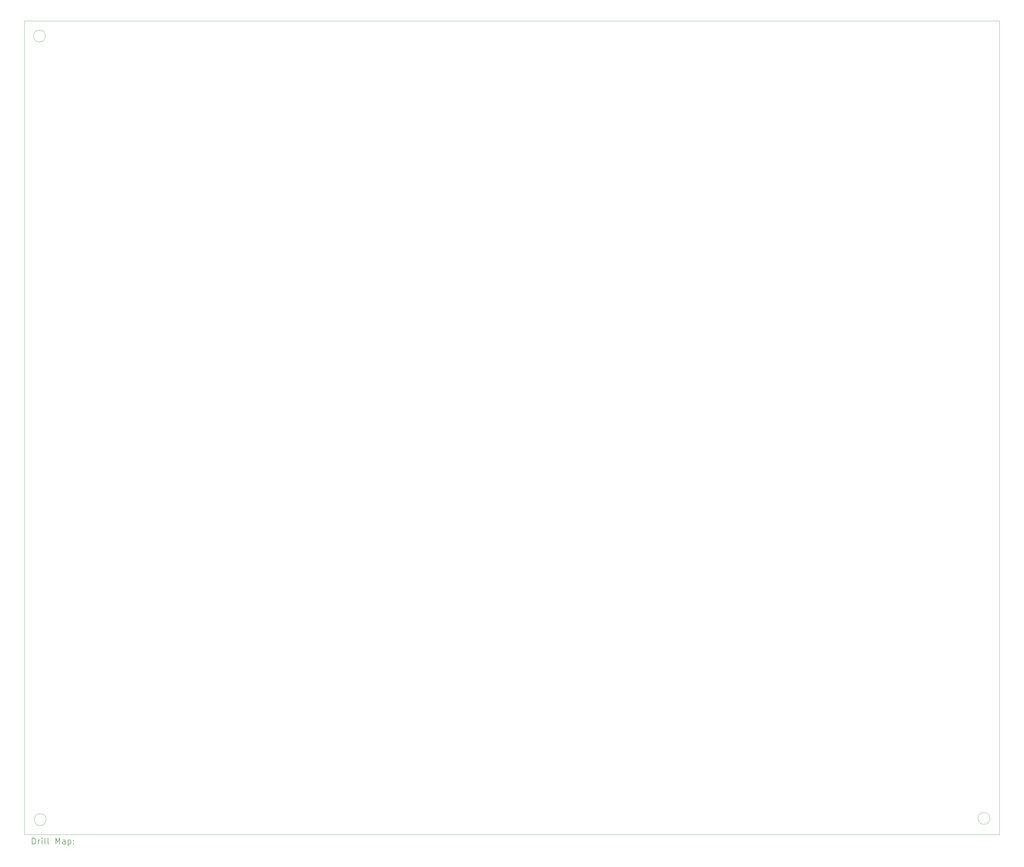
<source format=gbr>
%TF.GenerationSoftware,KiCad,Pcbnew,8.0.0*%
%TF.CreationDate,2024-03-10T17:08:58+00:00*%
%TF.ProjectId,Commodore PC10 III,436f6d6d-6f64-46f7-9265-205043313020,1.0*%
%TF.SameCoordinates,Original*%
%TF.FileFunction,Drillmap*%
%TF.FilePolarity,Positive*%
%FSLAX45Y45*%
G04 Gerber Fmt 4.5, Leading zero omitted, Abs format (unit mm)*
G04 Created by KiCad (PCBNEW 8.0.0) date 2024-03-10 17:08:58*
%MOMM*%
%LPD*%
G01*
G04 APERTURE LIST*
%ADD10C,0.100000*%
%ADD11C,0.200000*%
G04 APERTURE END LIST*
D10*
X42813000Y-33786000D02*
G75*
G02*
X42417020Y-33786000I-197990J0D01*
G01*
X42417020Y-33786000D02*
G75*
G02*
X42813000Y-33786000I197990J0D01*
G01*
X11499990Y-33826010D02*
G75*
G02*
X11104010Y-33826010I-197990J0D01*
G01*
X11104010Y-33826010D02*
G75*
G02*
X11499990Y-33826010I197990J0D01*
G01*
X10783000Y-7315000D02*
X43135000Y-7315000D01*
X43135000Y-34323000D01*
X10783000Y-34323000D01*
X10783000Y-7315000D01*
X11474990Y-7820010D02*
G75*
G02*
X11079010Y-7820010I-197990J0D01*
G01*
X11079010Y-7820010D02*
G75*
G02*
X11474990Y-7820010I197990J0D01*
G01*
D11*
X11038777Y-34639484D02*
X11038777Y-34439484D01*
X11038777Y-34439484D02*
X11086396Y-34439484D01*
X11086396Y-34439484D02*
X11114967Y-34449008D01*
X11114967Y-34449008D02*
X11134015Y-34468055D01*
X11134015Y-34468055D02*
X11143539Y-34487103D01*
X11143539Y-34487103D02*
X11153063Y-34525198D01*
X11153063Y-34525198D02*
X11153063Y-34553770D01*
X11153063Y-34553770D02*
X11143539Y-34591865D01*
X11143539Y-34591865D02*
X11134015Y-34610912D01*
X11134015Y-34610912D02*
X11114967Y-34629960D01*
X11114967Y-34629960D02*
X11086396Y-34639484D01*
X11086396Y-34639484D02*
X11038777Y-34639484D01*
X11238777Y-34639484D02*
X11238777Y-34506150D01*
X11238777Y-34544246D02*
X11248301Y-34525198D01*
X11248301Y-34525198D02*
X11257824Y-34515674D01*
X11257824Y-34515674D02*
X11276872Y-34506150D01*
X11276872Y-34506150D02*
X11295920Y-34506150D01*
X11362586Y-34639484D02*
X11362586Y-34506150D01*
X11362586Y-34439484D02*
X11353062Y-34449008D01*
X11353062Y-34449008D02*
X11362586Y-34458531D01*
X11362586Y-34458531D02*
X11372110Y-34449008D01*
X11372110Y-34449008D02*
X11362586Y-34439484D01*
X11362586Y-34439484D02*
X11362586Y-34458531D01*
X11486396Y-34639484D02*
X11467348Y-34629960D01*
X11467348Y-34629960D02*
X11457824Y-34610912D01*
X11457824Y-34610912D02*
X11457824Y-34439484D01*
X11591158Y-34639484D02*
X11572110Y-34629960D01*
X11572110Y-34629960D02*
X11562586Y-34610912D01*
X11562586Y-34610912D02*
X11562586Y-34439484D01*
X11819729Y-34639484D02*
X11819729Y-34439484D01*
X11819729Y-34439484D02*
X11886396Y-34582341D01*
X11886396Y-34582341D02*
X11953062Y-34439484D01*
X11953062Y-34439484D02*
X11953062Y-34639484D01*
X12134015Y-34639484D02*
X12134015Y-34534722D01*
X12134015Y-34534722D02*
X12124491Y-34515674D01*
X12124491Y-34515674D02*
X12105443Y-34506150D01*
X12105443Y-34506150D02*
X12067348Y-34506150D01*
X12067348Y-34506150D02*
X12048301Y-34515674D01*
X12134015Y-34629960D02*
X12114967Y-34639484D01*
X12114967Y-34639484D02*
X12067348Y-34639484D01*
X12067348Y-34639484D02*
X12048301Y-34629960D01*
X12048301Y-34629960D02*
X12038777Y-34610912D01*
X12038777Y-34610912D02*
X12038777Y-34591865D01*
X12038777Y-34591865D02*
X12048301Y-34572817D01*
X12048301Y-34572817D02*
X12067348Y-34563293D01*
X12067348Y-34563293D02*
X12114967Y-34563293D01*
X12114967Y-34563293D02*
X12134015Y-34553770D01*
X12229253Y-34506150D02*
X12229253Y-34706150D01*
X12229253Y-34515674D02*
X12248301Y-34506150D01*
X12248301Y-34506150D02*
X12286396Y-34506150D01*
X12286396Y-34506150D02*
X12305443Y-34515674D01*
X12305443Y-34515674D02*
X12314967Y-34525198D01*
X12314967Y-34525198D02*
X12324491Y-34544246D01*
X12324491Y-34544246D02*
X12324491Y-34601389D01*
X12324491Y-34601389D02*
X12314967Y-34620436D01*
X12314967Y-34620436D02*
X12305443Y-34629960D01*
X12305443Y-34629960D02*
X12286396Y-34639484D01*
X12286396Y-34639484D02*
X12248301Y-34639484D01*
X12248301Y-34639484D02*
X12229253Y-34629960D01*
X12410205Y-34620436D02*
X12419729Y-34629960D01*
X12419729Y-34629960D02*
X12410205Y-34639484D01*
X12410205Y-34639484D02*
X12400682Y-34629960D01*
X12400682Y-34629960D02*
X12410205Y-34620436D01*
X12410205Y-34620436D02*
X12410205Y-34639484D01*
X12410205Y-34515674D02*
X12419729Y-34525198D01*
X12419729Y-34525198D02*
X12410205Y-34534722D01*
X12410205Y-34534722D02*
X12400682Y-34525198D01*
X12400682Y-34525198D02*
X12410205Y-34515674D01*
X12410205Y-34515674D02*
X12410205Y-34534722D01*
M02*

</source>
